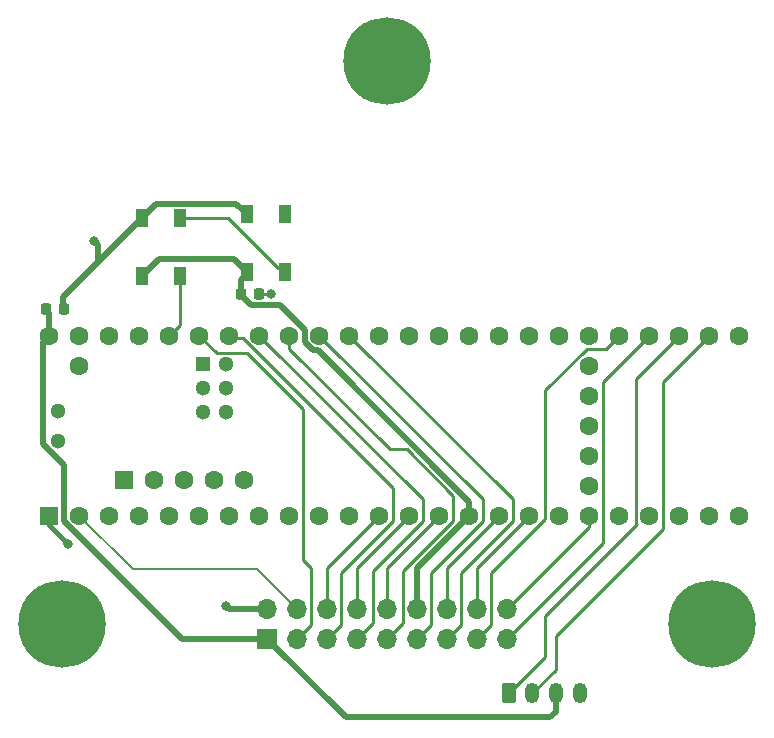
<source format=gbr>
%TF.GenerationSoftware,KiCad,Pcbnew,(6.0.7)*%
%TF.CreationDate,2023-03-09T00:32:03-05:00*%
%TF.ProjectId,board_4,626f6172-645f-4342-9e6b-696361645f70,rev?*%
%TF.SameCoordinates,Original*%
%TF.FileFunction,Copper,L1,Top*%
%TF.FilePolarity,Positive*%
%FSLAX46Y46*%
G04 Gerber Fmt 4.6, Leading zero omitted, Abs format (unit mm)*
G04 Created by KiCad (PCBNEW (6.0.7)) date 2023-03-09 00:32:03*
%MOMM*%
%LPD*%
G01*
G04 APERTURE LIST*
G04 Aperture macros list*
%AMRoundRect*
0 Rectangle with rounded corners*
0 $1 Rounding radius*
0 $2 $3 $4 $5 $6 $7 $8 $9 X,Y pos of 4 corners*
0 Add a 4 corners polygon primitive as box body*
4,1,4,$2,$3,$4,$5,$6,$7,$8,$9,$2,$3,0*
0 Add four circle primitives for the rounded corners*
1,1,$1+$1,$2,$3*
1,1,$1+$1,$4,$5*
1,1,$1+$1,$6,$7*
1,1,$1+$1,$8,$9*
0 Add four rect primitives between the rounded corners*
20,1,$1+$1,$2,$3,$4,$5,0*
20,1,$1+$1,$4,$5,$6,$7,0*
20,1,$1+$1,$6,$7,$8,$9,0*
20,1,$1+$1,$8,$9,$2,$3,0*%
G04 Aperture macros list end*
%TA.AperFunction,ComponentPad*%
%ADD10C,4.100000*%
%TD*%
%TA.AperFunction,ConnectorPad*%
%ADD11C,7.400000*%
%TD*%
%TA.AperFunction,SMDPad,CuDef*%
%ADD12RoundRect,0.225000X0.225000X0.250000X-0.225000X0.250000X-0.225000X-0.250000X0.225000X-0.250000X0*%
%TD*%
%TA.AperFunction,ComponentPad*%
%ADD13R,1.600000X1.600000*%
%TD*%
%TA.AperFunction,ComponentPad*%
%ADD14C,1.600000*%
%TD*%
%TA.AperFunction,ComponentPad*%
%ADD15R,1.300000X1.300000*%
%TD*%
%TA.AperFunction,ComponentPad*%
%ADD16C,1.300000*%
%TD*%
%TA.AperFunction,SMDPad,CuDef*%
%ADD17R,1.000000X1.500000*%
%TD*%
%TA.AperFunction,SMDPad,CuDef*%
%ADD18RoundRect,0.225000X-0.225000X-0.250000X0.225000X-0.250000X0.225000X0.250000X-0.225000X0.250000X0*%
%TD*%
%TA.AperFunction,ComponentPad*%
%ADD19R,1.700000X1.700000*%
%TD*%
%TA.AperFunction,ComponentPad*%
%ADD20O,1.700000X1.700000*%
%TD*%
%TA.AperFunction,ComponentPad*%
%ADD21RoundRect,0.250000X-0.350000X-0.625000X0.350000X-0.625000X0.350000X0.625000X-0.350000X0.625000X0*%
%TD*%
%TA.AperFunction,ComponentPad*%
%ADD22O,1.200000X1.750000*%
%TD*%
%TA.AperFunction,ViaPad*%
%ADD23C,0.800000*%
%TD*%
%TA.AperFunction,Conductor*%
%ADD24C,0.508000*%
%TD*%
%TA.AperFunction,Conductor*%
%ADD25C,0.250000*%
%TD*%
%TA.AperFunction,Conductor*%
%ADD26C,0.381000*%
%TD*%
%TA.AperFunction,Conductor*%
%ADD27C,0.203200*%
%TD*%
G04 APERTURE END LIST*
D10*
%TO.P,REF\u002A\u002A,1*%
%TO.N,N/C*%
X175468013Y-139389531D03*
D11*
X175468013Y-139389531D03*
%TD*%
D12*
%TO.P,C2,1*%
%TO.N,GND*%
X137165000Y-111480000D03*
%TO.P,C2,2*%
%TO.N,/3.3V*%
X135615000Y-111480000D03*
%TD*%
D11*
%TO.P,REF\u002A\u002A,1*%
%TO.N,N/C*%
X147976228Y-91782125D03*
D10*
X147976228Y-91782125D03*
%TD*%
D13*
%TO.P,U1,1,GND*%
%TO.N,GND*%
X119410000Y-130230000D03*
D14*
%TO.P,U1,2,0_RX1_CRX2_CS1*%
%TO.N,/CS 1*%
X121950000Y-130230000D03*
%TO.P,U1,3,1_TX1_CTX2_MISO1*%
%TO.N,unconnected-(U1-Pad3)*%
X124490000Y-130230000D03*
%TO.P,U1,4,2_OUT2*%
%TO.N,unconnected-(U1-Pad4)*%
X127030000Y-130230000D03*
%TO.P,U1,5,3_LRCLK2*%
%TO.N,unconnected-(U1-Pad5)*%
X129570000Y-130230000D03*
%TO.P,U1,6,4_BCLK2*%
%TO.N,unconnected-(U1-Pad6)*%
X132110000Y-130230000D03*
%TO.P,U1,7,5_IN2*%
%TO.N,unconnected-(U1-Pad7)*%
X134650000Y-130230000D03*
%TO.P,U1,8,6_OUT1D*%
%TO.N,unconnected-(U1-Pad8)*%
X137190000Y-130230000D03*
%TO.P,U1,9,7_RX2_OUT1A*%
%TO.N,unconnected-(U1-Pad9)*%
X139730000Y-130230000D03*
%TO.P,U1,10,8_TX2_IN1*%
%TO.N,unconnected-(U1-Pad10)*%
X142270000Y-130230000D03*
%TO.P,U1,11,9_OUT1C*%
%TO.N,unconnected-(U1-Pad11)*%
X144810000Y-130230000D03*
%TO.P,U1,12,10_CS_MQSR*%
%TO.N,/CS 2*%
X147350000Y-130230000D03*
%TO.P,U1,13,11_MOSI_CTX1*%
%TO.N,/MOSI 1*%
X149890000Y-130230000D03*
%TO.P,U1,14,12_MISO_MQSL*%
%TO.N,/MISO 1*%
X152430000Y-130230000D03*
%TO.P,U1,15,3V3*%
%TO.N,/3.3V*%
X154970000Y-130230000D03*
%TO.P,U1,16,24_A10_TX6_SCL2*%
%TO.N,/SCL 2*%
X157510000Y-130230000D03*
%TO.P,U1,17,25_A11_RX6_SDA2*%
%TO.N,/SDA 2*%
X160050000Y-130230000D03*
%TO.P,U1,18,26_A12_MOSI1*%
%TO.N,unconnected-(U1-Pad18)*%
X162590000Y-130230000D03*
%TO.P,U1,19,27_A13_SCK1*%
%TO.N,/SCK 1*%
X165130000Y-130230000D03*
%TO.P,U1,20,28_RX7*%
%TO.N,unconnected-(U1-Pad20)*%
X167670000Y-130230000D03*
%TO.P,U1,21,29_TX7*%
%TO.N,unconnected-(U1-Pad21)*%
X170210000Y-130230000D03*
%TO.P,U1,22,30_CRX3*%
%TO.N,unconnected-(U1-Pad22)*%
X172750000Y-130230000D03*
%TO.P,U1,23,31_CTX3*%
%TO.N,unconnected-(U1-Pad23)*%
X175290000Y-130230000D03*
%TO.P,U1,24,32_OUT1B*%
%TO.N,unconnected-(U1-Pad24)*%
X177830000Y-130230000D03*
%TO.P,U1,25,33_MCLK2*%
%TO.N,unconnected-(U1-Pad25)*%
X177830000Y-114990000D03*
%TO.P,U1,26,34_RX8*%
%TO.N,/RX 0*%
X175290000Y-114990000D03*
%TO.P,U1,27,35_TX8*%
%TO.N,/TX 0*%
X172750000Y-114990000D03*
%TO.P,U1,28,36_CS*%
%TO.N,/CS 4*%
X170210000Y-114990000D03*
%TO.P,U1,29,37_CS*%
%TO.N,/CS 3*%
X167670000Y-114990000D03*
%TO.P,U1,30,38_CS1_IN1*%
%TO.N,unconnected-(U1-Pad30)*%
X165130000Y-114990000D03*
%TO.P,U1,31,39_MISO1_OUT1A*%
%TO.N,unconnected-(U1-Pad31)*%
X162590000Y-114990000D03*
%TO.P,U1,32,40_A16*%
%TO.N,unconnected-(U1-Pad32)*%
X160050000Y-114990000D03*
%TO.P,U1,33,41_A17*%
%TO.N,unconnected-(U1-Pad33)*%
X157510000Y-114990000D03*
%TO.P,U1,34,GND*%
%TO.N,unconnected-(U1-Pad34)*%
X154970000Y-114990000D03*
%TO.P,U1,35,13_SCK_LED*%
%TO.N,unconnected-(U1-Pad35)*%
X152430000Y-114990000D03*
%TO.P,U1,36,14_A0_TX3_SPDIF_OUT*%
%TO.N,unconnected-(U1-Pad36)*%
X149890000Y-114990000D03*
%TO.P,U1,37,15_A1_RX3_SPDIF_IN*%
%TO.N,unconnected-(U1-Pad37)*%
X147350000Y-114990000D03*
%TO.P,U1,38,16_A2_RX4_SCL1*%
%TO.N,/RX 1*%
X144810000Y-114990000D03*
%TO.P,U1,39,17_A3_TX4_SDA1*%
%TO.N,/TX 1*%
X142270000Y-114990000D03*
%TO.P,U1,40,18_A4_SDA*%
%TO.N,/SDA 1*%
X139730000Y-114990000D03*
%TO.P,U1,41,19_A5_SCL*%
%TO.N,/SCL 1*%
X137190000Y-114990000D03*
%TO.P,U1,42,20_A6_TX5_LRCLK1*%
%TO.N,/TX 2*%
X134650000Y-114990000D03*
%TO.P,U1,43,21_A7_RX5_BCLK1*%
%TO.N,/RX 2*%
X132110000Y-114990000D03*
%TO.P,U1,44,22_A8_CTX1*%
%TO.N,/NEOPIXEL*%
X129570000Y-114990000D03*
%TO.P,U1,45,23_A9_CRX1_MCLK1*%
%TO.N,unconnected-(U1-Pad45)*%
X127030000Y-114990000D03*
%TO.P,U1,46,3V3*%
%TO.N,unconnected-(U1-Pad46)*%
X124490000Y-114990000D03*
%TO.P,U1,47,GND*%
%TO.N,unconnected-(U1-Pad47)*%
X121950000Y-114990000D03*
%TO.P,U1,48,VIN*%
%TO.N,/V_BATT*%
X119410000Y-114990000D03*
%TO.P,U1,49,VUSB*%
%TO.N,unconnected-(U1-Pad49)*%
X121950000Y-117530000D03*
%TO.P,U1,50,VBAT*%
%TO.N,unconnected-(U1-Pad50)*%
X165130000Y-127690000D03*
%TO.P,U1,51,3V3*%
%TO.N,unconnected-(U1-Pad51)*%
X165130000Y-125150000D03*
%TO.P,U1,52,GND*%
%TO.N,unconnected-(U1-Pad52)*%
X165130000Y-122610000D03*
%TO.P,U1,53,PROGRAM*%
%TO.N,unconnected-(U1-Pad53)*%
X165130000Y-120070000D03*
%TO.P,U1,54,ON_OFF*%
%TO.N,unconnected-(U1-Pad54)*%
X165130000Y-117530000D03*
D13*
%TO.P,U1,55,5V*%
%TO.N,unconnected-(U1-Pad55)*%
X125709200Y-127179200D03*
D14*
%TO.P,U1,56,D-*%
%TO.N,unconnected-(U1-Pad56)*%
X128249200Y-127179200D03*
%TO.P,U1,57,D+*%
%TO.N,unconnected-(U1-Pad57)*%
X130789200Y-127179200D03*
%TO.P,U1,58,GND*%
%TO.N,unconnected-(U1-Pad58)*%
X133329200Y-127179200D03*
%TO.P,U1,59,GND*%
%TO.N,unconnected-(U1-Pad59)*%
X135869200Y-127179200D03*
D15*
%TO.P,U1,60,R+*%
%TO.N,unconnected-(U1-Pad60)*%
X132380000Y-117428400D03*
D16*
%TO.P,U1,61,LED*%
%TO.N,unconnected-(U1-Pad61)*%
X132380000Y-119428400D03*
%TO.P,U1,62,T-*%
%TO.N,unconnected-(U1-Pad62)*%
X132380000Y-121428400D03*
%TO.P,U1,63,T+*%
%TO.N,unconnected-(U1-Pad63)*%
X134380000Y-121428400D03*
%TO.P,U1,64,GND*%
%TO.N,unconnected-(U1-Pad64)*%
X134380000Y-119428400D03*
%TO.P,U1,65,R-*%
%TO.N,unconnected-(U1-Pad65)*%
X134380000Y-117428400D03*
%TO.P,U1,66,D-*%
%TO.N,unconnected-(U1-Pad66)*%
X120140000Y-121340000D03*
%TO.P,U1,67,D+*%
%TO.N,unconnected-(U1-Pad67)*%
X120140000Y-123880000D03*
%TD*%
D17*
%TO.P,D2,1,DOUT*%
%TO.N,unconnected-(D2-Pad1)*%
X139320000Y-104712550D03*
%TO.P,D2,2,GND*%
%TO.N,GND*%
X136120000Y-104712550D03*
%TO.P,D2,3,VDD*%
%TO.N,/3.3V*%
X136120000Y-109612550D03*
%TO.P,D2,4,DIN*%
%TO.N,Net-(D1-Pad1)*%
X139320000Y-109612550D03*
%TD*%
D10*
%TO.P,REF\u002A\u002A,1*%
%TO.N,N/C*%
X120480277Y-139392743D03*
D11*
X120480277Y-139392743D03*
%TD*%
D18*
%TO.P,C1,1*%
%TO.N,/V_BATT*%
X119113000Y-112776000D03*
%TO.P,C1,2*%
%TO.N,GND*%
X120663000Y-112776000D03*
%TD*%
D19*
%TO.P,J2,1,Pin_1*%
%TO.N,/V_BATT*%
X137840000Y-140680000D03*
D20*
%TO.P,J2,2,Pin_2*%
%TO.N,GND*%
X137840000Y-138140000D03*
%TO.P,J2,3,Pin_3*%
%TO.N,/RX 2*%
X140380000Y-140680000D03*
%TO.P,J2,4,Pin_4*%
%TO.N,/CS 1*%
X140380000Y-138140000D03*
%TO.P,J2,5,Pin_5*%
%TO.N,/TX 2*%
X142920000Y-140680000D03*
%TO.P,J2,6,Pin_6*%
%TO.N,/CS 2*%
X142920000Y-138140000D03*
%TO.P,J2,7,Pin_7*%
%TO.N,/SCL 1*%
X145460000Y-140680000D03*
%TO.P,J2,8,Pin_8*%
%TO.N,/MOSI 1*%
X145460000Y-138140000D03*
%TO.P,J2,9,Pin_9*%
%TO.N,/SDA 1*%
X148000000Y-140680000D03*
%TO.P,J2,10,Pin_10*%
%TO.N,/MISO 1*%
X148000000Y-138140000D03*
%TO.P,J2,11,Pin_11*%
%TO.N,/TX 1*%
X150540000Y-140680000D03*
%TO.P,J2,12,Pin_12*%
%TO.N,/3.3V*%
X150540000Y-138140000D03*
%TO.P,J2,13,Pin_13*%
%TO.N,/RX 1*%
X153080000Y-140680000D03*
%TO.P,J2,14,Pin_14*%
%TO.N,/SCL 2*%
X153080000Y-138140000D03*
%TO.P,J2,15,Pin_15*%
%TO.N,/CS 3*%
X155620000Y-140680000D03*
%TO.P,J2,16,Pin_16*%
%TO.N,/SDA 2*%
X155620000Y-138140000D03*
%TO.P,J2,17,Pin_17*%
%TO.N,/CS 4*%
X158160000Y-140680000D03*
%TO.P,J2,18,Pin_18*%
%TO.N,/SCK 1*%
X158160000Y-138140000D03*
%TD*%
D17*
%TO.P,D1,1,DOUT*%
%TO.N,Net-(D1-Pad1)*%
X130450000Y-105030000D03*
%TO.P,D1,2,GND*%
%TO.N,GND*%
X127250000Y-105030000D03*
%TO.P,D1,3,VDD*%
%TO.N,/3.3V*%
X127250000Y-109930000D03*
%TO.P,D1,4,DIN*%
%TO.N,/NEOPIXEL*%
X130450000Y-109930000D03*
%TD*%
D21*
%TO.P,J1,1,Pin_1*%
%TO.N,/TX 0*%
X158290000Y-145276400D03*
D22*
%TO.P,J1,2,Pin_2*%
%TO.N,/RX 0*%
X160290000Y-145276400D03*
%TO.P,J1,3,Pin_3*%
%TO.N,/V_BATT*%
X162290000Y-145276400D03*
%TO.P,J1,4,Pin_4*%
%TO.N,GND*%
X164290000Y-145276400D03*
%TD*%
D23*
%TO.N,GND*%
X134320000Y-137860000D03*
X121010000Y-132650000D03*
X138176000Y-111506000D03*
X123160000Y-106970000D03*
%TD*%
D24*
%TO.N,/V_BATT*%
X137840000Y-140680000D02*
X130626576Y-140680000D01*
X120671646Y-125972938D02*
X118850000Y-124151292D01*
X118850000Y-124151292D02*
X118850000Y-115550000D01*
X118850000Y-115550000D02*
X119410000Y-114990000D01*
X120671646Y-130725070D02*
X120671646Y-125972938D01*
X130626576Y-140680000D02*
X120671646Y-130725070D01*
X119410000Y-113073000D02*
X119113000Y-112776000D01*
X162290000Y-146828000D02*
X162290000Y-145276400D01*
X161798000Y-147320000D02*
X162290000Y-146828000D01*
X119410000Y-114990000D02*
X119410000Y-113073000D01*
X137840000Y-140680000D02*
X144480000Y-147320000D01*
X144480000Y-147320000D02*
X161798000Y-147320000D01*
%TO.N,GND*%
X123525000Y-107335000D02*
X123160000Y-106970000D01*
X135233450Y-103826000D02*
X136120000Y-104712550D01*
D25*
X138150000Y-111480000D02*
X138176000Y-111506000D01*
D24*
X137840000Y-138140000D02*
X134600000Y-138140000D01*
D26*
X119410000Y-130230000D02*
X119410000Y-131050000D01*
D24*
X134600000Y-138140000D02*
X134320000Y-137860000D01*
X120589000Y-111691000D02*
X120589000Y-112845526D01*
X127250000Y-105030000D02*
X128454000Y-103826000D01*
X123525000Y-108755000D02*
X120589000Y-111691000D01*
X127250000Y-105030000D02*
X123525000Y-108755000D01*
D25*
X137165000Y-111480000D02*
X138150000Y-111480000D01*
D26*
X119410000Y-131050000D02*
X121010000Y-132650000D01*
D24*
X128454000Y-103826000D02*
X135233450Y-103826000D01*
X123525000Y-108755000D02*
X123525000Y-107335000D01*
D25*
%TO.N,Net-(D1-Pad1)*%
X138978250Y-109270800D02*
X139320000Y-109612550D01*
X130450000Y-105030000D02*
X134544800Y-105030000D01*
X134544800Y-105030000D02*
X138785600Y-109270800D01*
X138785600Y-109270800D02*
X138978250Y-109270800D01*
%TO.N,/RX 0*%
X175290000Y-114990000D02*
X171348400Y-118931600D01*
X171348400Y-131368800D02*
X162290000Y-140427200D01*
X162290000Y-140427200D02*
X162290000Y-143276400D01*
X162290000Y-143276400D02*
X160290000Y-145276400D01*
X171348400Y-118931600D02*
X171348400Y-131368800D01*
%TO.N,/TX 0*%
X169085000Y-130832600D02*
X169164000Y-130911600D01*
X169085000Y-118655000D02*
X169085000Y-130832600D01*
X161365000Y-142201400D02*
X158290000Y-145276400D01*
X172750000Y-114990000D02*
X169085000Y-118655000D01*
X161365000Y-138710600D02*
X161365000Y-142201400D01*
X169164000Y-130911600D02*
X161365000Y-138710600D01*
D24*
%TO.N,/3.3V*%
X137671251Y-112409000D02*
X136501000Y-112409000D01*
X135026950Y-108519500D02*
X136120000Y-109612550D01*
X141750576Y-116244000D02*
X141016000Y-115509424D01*
X150540000Y-138140000D02*
X150540000Y-134660000D01*
X138897424Y-112384000D02*
X137696251Y-112384000D01*
X127250000Y-109930000D02*
X128660500Y-108519500D01*
X141016000Y-114502576D02*
X138897424Y-112384000D01*
X154970000Y-129098630D02*
X142115370Y-116244000D01*
X128660500Y-108519500D02*
X135026950Y-108519500D01*
X154970000Y-130230000D02*
X154970000Y-129098630D01*
X136120000Y-109612550D02*
X136120000Y-109777500D01*
X142115370Y-116244000D02*
X141750576Y-116244000D01*
X136501000Y-112409000D02*
X135615000Y-111523000D01*
X141016000Y-115509424D02*
X141016000Y-114502576D01*
X150540000Y-134660000D02*
X154970000Y-130230000D01*
X137696251Y-112384000D02*
X137671251Y-112409000D01*
X135615000Y-111523000D02*
X135615000Y-110282500D01*
X135615000Y-110282500D02*
X136120000Y-109777500D01*
D25*
%TO.N,/MOSI 1*%
X145460000Y-134660000D02*
X149890000Y-130230000D01*
X145460000Y-138140000D02*
X145460000Y-134660000D01*
%TO.N,/MISO 1*%
X148000000Y-138140000D02*
X148000000Y-134660000D01*
X148000000Y-134660000D02*
X152430000Y-130230000D01*
%TO.N,/SCK 1*%
X158160000Y-138140000D02*
X165130000Y-131170000D01*
X165130000Y-131170000D02*
X165130000Y-130230000D01*
D27*
%TO.N,/CS 1*%
X126500000Y-134780000D02*
X137020000Y-134780000D01*
X137020000Y-134780000D02*
X140380000Y-138140000D01*
X121950000Y-130230000D02*
X126500000Y-134780000D01*
D25*
%TO.N,/CS 2*%
X142920000Y-134660000D02*
X147350000Y-130230000D01*
X142920000Y-138140000D02*
X142920000Y-134660000D01*
%TO.N,/CS 3*%
X156795000Y-139505000D02*
X156795000Y-135075991D01*
X164900000Y-116115000D02*
X166545000Y-116115000D01*
X155620000Y-140680000D02*
X156795000Y-139505000D01*
X161390000Y-130480991D02*
X161390000Y-119625000D01*
X156795000Y-135075991D02*
X161390000Y-130480991D01*
X161390000Y-119625000D02*
X164900000Y-116115000D01*
X166545000Y-116115000D02*
X167670000Y-114990000D01*
%TO.N,/TX 2*%
X148475000Y-127865991D02*
X135790000Y-115180991D01*
X144095000Y-139505000D02*
X144095000Y-135075991D01*
X148475000Y-130695991D02*
X148475000Y-127865991D01*
X134840991Y-115180991D02*
X134650000Y-114990000D01*
X144095000Y-135075991D02*
X148475000Y-130695991D01*
X142920000Y-140680000D02*
X144095000Y-139505000D01*
X135790000Y-115180991D02*
X134840991Y-115180991D01*
%TO.N,/RX 2*%
X140855000Y-133997000D02*
X140855000Y-121195000D01*
X136113400Y-116453400D02*
X133573400Y-116453400D01*
X141555000Y-139505000D02*
X141555000Y-134679805D01*
X141555000Y-134679805D02*
X140987195Y-134112000D01*
X140855000Y-121195000D02*
X136113400Y-116453400D01*
X140380000Y-140680000D02*
X141555000Y-139505000D01*
X140970000Y-134112000D02*
X140855000Y-133997000D01*
X133573400Y-116453400D02*
X132110000Y-114990000D01*
X140987195Y-134112000D02*
X140970000Y-134112000D01*
%TO.N,/TX 1*%
X156100000Y-130690991D02*
X156100000Y-128820000D01*
X151715000Y-139505000D02*
X151715000Y-135075991D01*
X150540000Y-140680000D02*
X151715000Y-139505000D01*
X151715000Y-135075991D02*
X156100000Y-130690991D01*
X142270000Y-114990000D02*
X156100000Y-128820000D01*
%TO.N,/RX 1*%
X154255000Y-139505000D02*
X154255000Y-135075991D01*
X158680000Y-130650991D02*
X158680000Y-128860000D01*
X158680000Y-128860000D02*
X144810000Y-114990000D01*
X153080000Y-140680000D02*
X154255000Y-139505000D01*
X154255000Y-135075991D02*
X158680000Y-130650991D01*
%TO.N,/SDA 2*%
X155620000Y-138140000D02*
X155620000Y-134660000D01*
X155620000Y-134660000D02*
X160050000Y-130230000D01*
%TO.N,/SCL 2*%
X153080000Y-134660000D02*
X157510000Y-130230000D01*
X153080000Y-138140000D02*
X153080000Y-134660000D01*
%TO.N,/SDA 1*%
X139730000Y-116121370D02*
X148242360Y-124633730D01*
X153590000Y-130660991D02*
X149365000Y-134885991D01*
X149686270Y-124633730D02*
X153590000Y-128537460D01*
X149365000Y-139315000D02*
X148000000Y-140680000D01*
X139730000Y-114990000D02*
X139730000Y-116121370D01*
X153590000Y-128537460D02*
X153590000Y-130660991D01*
X148242360Y-124633730D02*
X149686270Y-124633730D01*
X149365000Y-134885991D02*
X149365000Y-139315000D01*
%TO.N,/SCL 1*%
X151015000Y-130695991D02*
X151015000Y-128815000D01*
X145460000Y-140680000D02*
X146825000Y-139315000D01*
X146825000Y-139315000D02*
X146825000Y-134885991D01*
X146825000Y-134885991D02*
X151015000Y-130695991D01*
X151015000Y-128815000D02*
X137190000Y-114990000D01*
%TO.N,/NEOPIXEL*%
X130450000Y-109930000D02*
X130450000Y-114110000D01*
X130450000Y-114110000D02*
X129570000Y-114990000D01*
%TO.N,/CS 4*%
X166255000Y-132585000D02*
X166255000Y-118945000D01*
X166255000Y-118945000D02*
X170210000Y-114990000D01*
X158160000Y-140680000D02*
X166255000Y-132585000D01*
%TD*%
M02*

</source>
